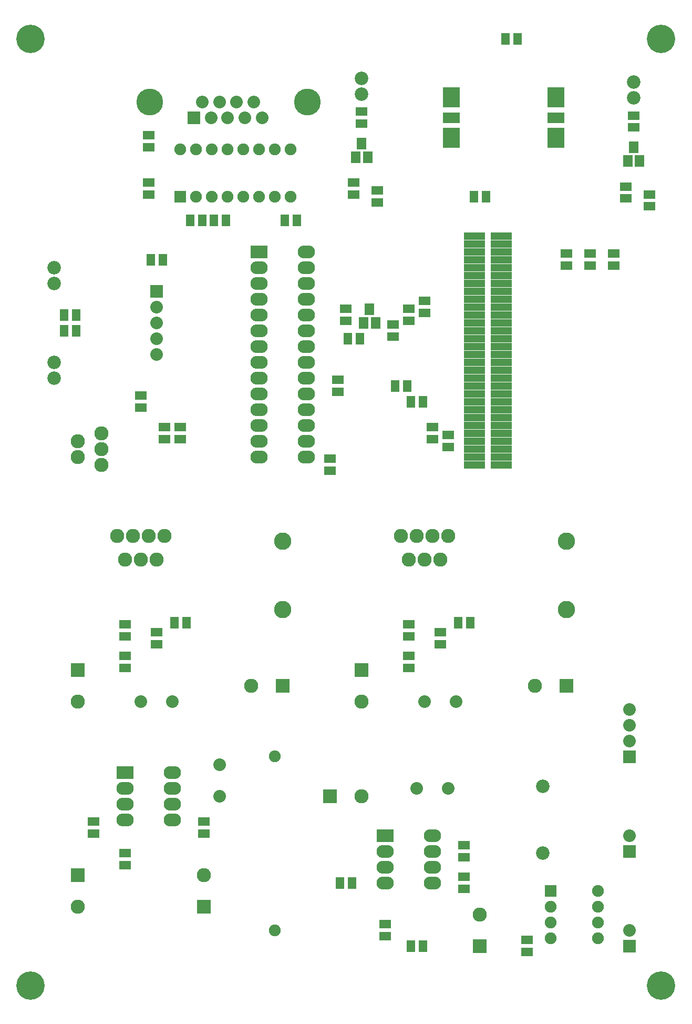
<source format=gts>
G04 (created by PCBNEW-RS274X (2011-05-25)-stable) date Sun 19 Apr 2015 11:47:36 PM CDT*
G01*
G70*
G90*
%MOIN*%
G04 Gerber Fmt 3.4, Leading zero omitted, Abs format*
%FSLAX34Y34*%
G04 APERTURE LIST*
%ADD10C,0.006000*%
%ADD11R,0.075000X0.055000*%
%ADD12R,0.055000X0.075000*%
%ADD13R,0.106600X0.067200*%
%ADD14R,0.106600X0.130200*%
%ADD15R,0.080000X0.080000*%
%ADD16C,0.080000*%
%ADD17C,0.086000*%
%ADD18C,0.075000*%
%ADD19R,0.110000X0.082000*%
%ADD20O,0.110000X0.082000*%
%ADD21C,0.170000*%
%ADD22C,0.109800*%
%ADD23C,0.085400*%
%ADD24R,0.090000X0.090000*%
%ADD25C,0.090000*%
%ADD26R,0.059400X0.075100*%
%ADD27R,0.132200X0.049500*%
%ADD28R,0.075000X0.075000*%
%ADD29C,0.180000*%
G04 APERTURE END LIST*
G54D10*
G54D11*
X30000Y-20375D03*
X30000Y-19625D03*
X32000Y-33875D03*
X32000Y-33125D03*
X29500Y-24125D03*
X29500Y-24875D03*
X34000Y-32375D03*
X34000Y-31625D03*
X31000Y-24625D03*
X31000Y-25375D03*
X29000Y-32125D03*
X29000Y-32875D03*
X34500Y-40375D03*
X34500Y-39625D03*
X35500Y-40875D03*
X35500Y-40125D03*
X33000Y-32875D03*
X33000Y-32125D03*
G54D12*
X29875Y-34000D03*
X29125Y-34000D03*
X32875Y-37000D03*
X32125Y-37000D03*
X11125Y-33500D03*
X11875Y-33500D03*
X33875Y-38000D03*
X33125Y-38000D03*
G54D11*
X15000Y-52125D03*
X15000Y-52875D03*
X18500Y-39625D03*
X18500Y-40375D03*
X16000Y-38375D03*
X16000Y-37625D03*
X13000Y-65375D03*
X13000Y-64625D03*
X15000Y-67375D03*
X15000Y-66625D03*
X35000Y-52625D03*
X35000Y-53375D03*
G54D12*
X36875Y-52000D03*
X36125Y-52000D03*
G54D11*
X17000Y-52625D03*
X17000Y-53375D03*
G54D12*
X18875Y-52000D03*
X18125Y-52000D03*
G54D11*
X33000Y-52125D03*
X33000Y-52875D03*
X48250Y-24875D03*
X48250Y-25625D03*
G54D12*
X33875Y-72500D03*
X33125Y-72500D03*
X29375Y-68500D03*
X28625Y-68500D03*
G54D11*
X31500Y-71875D03*
X31500Y-71125D03*
X36500Y-66125D03*
X36500Y-66875D03*
X47250Y-20625D03*
X47250Y-19875D03*
X46750Y-24375D03*
X46750Y-25125D03*
G54D12*
X37125Y-25000D03*
X37875Y-25000D03*
G54D11*
X28000Y-41625D03*
X28000Y-42375D03*
G54D12*
X11125Y-32500D03*
X11875Y-32500D03*
G54D11*
X28500Y-37375D03*
X28500Y-36625D03*
G54D12*
X19125Y-26500D03*
X19875Y-26500D03*
G54D11*
X46000Y-28625D03*
X46000Y-29375D03*
X44500Y-28625D03*
X44500Y-29375D03*
X43000Y-28625D03*
X43000Y-29375D03*
G54D12*
X39875Y-15000D03*
X39125Y-15000D03*
G54D11*
X36500Y-68125D03*
X36500Y-68875D03*
X40500Y-72875D03*
X40500Y-72125D03*
X15000Y-54125D03*
X15000Y-54875D03*
X33000Y-54125D03*
X33000Y-54875D03*
X20000Y-64625D03*
X20000Y-65375D03*
X17500Y-39625D03*
X17500Y-40375D03*
G54D12*
X16625Y-29000D03*
X17375Y-29000D03*
G54D13*
X35693Y-20000D03*
X42307Y-20000D03*
G54D14*
X42307Y-21276D03*
X42307Y-18724D03*
X35693Y-18724D03*
X35693Y-21276D03*
G54D15*
X17000Y-31000D03*
G54D16*
X17000Y-32000D03*
X17000Y-33000D03*
X17000Y-34000D03*
X17000Y-35000D03*
G54D15*
X47000Y-66500D03*
G54D16*
X47000Y-65500D03*
G54D15*
X47000Y-72500D03*
G54D16*
X47000Y-71500D03*
X35500Y-62500D03*
X33500Y-62500D03*
X18000Y-57000D03*
X16000Y-57000D03*
X36000Y-57000D03*
X34000Y-57000D03*
X21000Y-61000D03*
X21000Y-63000D03*
G54D17*
X30000Y-17500D03*
X30000Y-18500D03*
X10500Y-36500D03*
X10500Y-35500D03*
X10500Y-29500D03*
X10500Y-30500D03*
X47250Y-17750D03*
X47250Y-18750D03*
G54D18*
X24500Y-71512D03*
X24500Y-60488D03*
G54D19*
X15000Y-61500D03*
G54D20*
X15000Y-62500D03*
X15000Y-63500D03*
X15000Y-64500D03*
X18000Y-64500D03*
X18000Y-63500D03*
X18000Y-62500D03*
X18000Y-61500D03*
G54D19*
X31500Y-65500D03*
G54D20*
X31500Y-66500D03*
X31500Y-67500D03*
X31500Y-68500D03*
X34500Y-68500D03*
X34500Y-67500D03*
X34500Y-66500D03*
X34500Y-65500D03*
X23500Y-29500D03*
X23500Y-30500D03*
X23500Y-31500D03*
X23500Y-32500D03*
X23500Y-33500D03*
X23500Y-34500D03*
X23500Y-35500D03*
X23500Y-36500D03*
X23500Y-37500D03*
X23500Y-38500D03*
X23500Y-39500D03*
X23500Y-40500D03*
X23500Y-41500D03*
G54D19*
X23500Y-28500D03*
G54D20*
X26500Y-41500D03*
X26500Y-40500D03*
X26500Y-39500D03*
X26500Y-38500D03*
X26500Y-37500D03*
X26500Y-36500D03*
X26500Y-35500D03*
X26500Y-34500D03*
X26500Y-33500D03*
X26500Y-32500D03*
X26500Y-31500D03*
X26500Y-30500D03*
X26500Y-29500D03*
X26500Y-28500D03*
G54D21*
X26550Y-19000D03*
X16550Y-19000D03*
G54D15*
X19350Y-20000D03*
G54D16*
X20450Y-20000D03*
X21500Y-20000D03*
X22600Y-20000D03*
X23700Y-20000D03*
X19900Y-19000D03*
X21000Y-19000D03*
X22050Y-19000D03*
X23150Y-19000D03*
G54D22*
X43000Y-51165D03*
X43000Y-46835D03*
X25000Y-51165D03*
X25000Y-46835D03*
G54D23*
X41500Y-66606D03*
X41500Y-62394D03*
G54D24*
X12000Y-55000D03*
G54D25*
X12000Y-57000D03*
G54D24*
X30000Y-55000D03*
G54D25*
X30000Y-57000D03*
G54D24*
X25000Y-56000D03*
G54D25*
X23000Y-56000D03*
G54D24*
X37500Y-72500D03*
G54D25*
X37500Y-70500D03*
G54D24*
X43000Y-56000D03*
G54D25*
X41000Y-56000D03*
G54D24*
X12000Y-68000D03*
G54D25*
X12000Y-70000D03*
G54D24*
X20000Y-70000D03*
G54D25*
X20000Y-68000D03*
G54D24*
X28000Y-63000D03*
G54D25*
X30000Y-63000D03*
G54D15*
X47000Y-60500D03*
G54D16*
X47000Y-59500D03*
X47000Y-58500D03*
X47000Y-57500D03*
G54D26*
X30126Y-33000D03*
X30874Y-33000D03*
X30500Y-32134D03*
X29626Y-22500D03*
X30374Y-22500D03*
X30000Y-21634D03*
X46876Y-22750D03*
X47624Y-22750D03*
X47250Y-21884D03*
G54D25*
X35500Y-46500D03*
X34500Y-46500D03*
X33500Y-46500D03*
X32500Y-46500D03*
X35000Y-48000D03*
X34000Y-48000D03*
X33000Y-48000D03*
X17500Y-46500D03*
X16500Y-46500D03*
X15500Y-46500D03*
X14500Y-46500D03*
X17000Y-48000D03*
X16000Y-48000D03*
X15000Y-48000D03*
G54D27*
X37144Y-27500D03*
X37144Y-28000D03*
X37144Y-28500D03*
X37144Y-29000D03*
X37144Y-29500D03*
X37144Y-30000D03*
X37144Y-30500D03*
X37144Y-31000D03*
X37144Y-31500D03*
X37144Y-32000D03*
X37144Y-32500D03*
X37144Y-33000D03*
X37144Y-33500D03*
X37144Y-34000D03*
X37144Y-34500D03*
X37144Y-35000D03*
X37144Y-35500D03*
X37144Y-36000D03*
X37144Y-36500D03*
X37144Y-37000D03*
X37144Y-37500D03*
X37144Y-38000D03*
X37144Y-38500D03*
X37144Y-39000D03*
X37144Y-39500D03*
X37144Y-40500D03*
X37144Y-40000D03*
X37144Y-41000D03*
X37144Y-41500D03*
X37144Y-42000D03*
X38856Y-42000D03*
X38856Y-41500D03*
X38856Y-41000D03*
X38856Y-40000D03*
X38856Y-40500D03*
X38856Y-39500D03*
X38856Y-39000D03*
X38856Y-38500D03*
X38856Y-38000D03*
X38856Y-37500D03*
X38856Y-37000D03*
X38856Y-36500D03*
X38856Y-36000D03*
X38856Y-35500D03*
X38856Y-35000D03*
X38856Y-34500D03*
X38856Y-34000D03*
X38856Y-33500D03*
X38856Y-33000D03*
X38856Y-32500D03*
X38856Y-32000D03*
X38856Y-31500D03*
X38856Y-31000D03*
X38856Y-30500D03*
X38856Y-30000D03*
X38856Y-29500D03*
X38856Y-29000D03*
X38856Y-28500D03*
X38856Y-28000D03*
X38856Y-27500D03*
G54D12*
X20625Y-26500D03*
X21375Y-26500D03*
G54D11*
X16500Y-21875D03*
X16500Y-21125D03*
G54D12*
X25875Y-26500D03*
X25125Y-26500D03*
G54D11*
X16500Y-24875D03*
X16500Y-24125D03*
G54D28*
X18500Y-25000D03*
G54D18*
X19500Y-25000D03*
X20500Y-25000D03*
X21500Y-25000D03*
X22500Y-25000D03*
X23500Y-25000D03*
X24500Y-25000D03*
X25500Y-25000D03*
X25500Y-22000D03*
X24500Y-22000D03*
X23500Y-22000D03*
X22500Y-22000D03*
X21500Y-22000D03*
X20500Y-22000D03*
X19500Y-22000D03*
X18500Y-22000D03*
G54D28*
X42000Y-69000D03*
G54D18*
X42000Y-70000D03*
X42000Y-71000D03*
X42000Y-72000D03*
X45000Y-72000D03*
X45000Y-71000D03*
X45000Y-70000D03*
X45000Y-69000D03*
G54D25*
X12000Y-41500D03*
X12000Y-40500D03*
X13500Y-42000D03*
X13500Y-41000D03*
X13500Y-40000D03*
G54D29*
X09000Y-15000D03*
X09000Y-75000D03*
X49000Y-75000D03*
X49000Y-15000D03*
M02*

</source>
